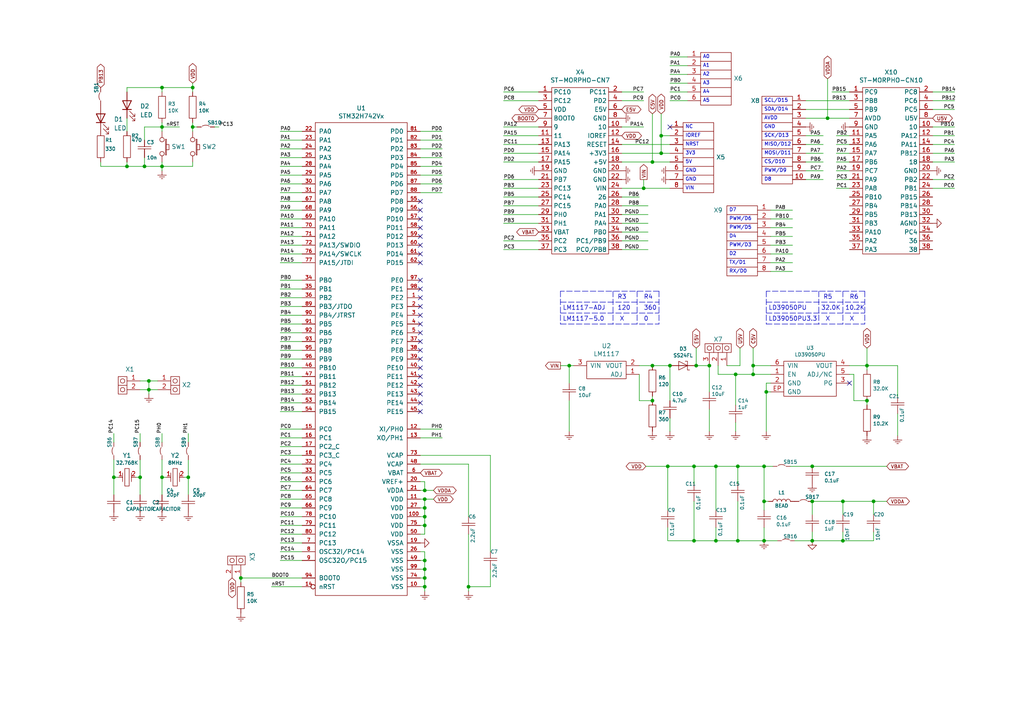
<source format=kicad_sch>
(kicad_sch (version 20231120) (generator "eeschema") (generator_version "8.0")
  (paper "A4")
  (junction (at 201.295 135.255))
  (junction (at 251.46 106.045))
  (junction (at 123.19 162.56))
  (junction (at 123.19 147.32))
  (junction (at 43.18 113.03))
  (junction (at 253.365 145.415))
  (junction (at 123.19 167.64))
  (junction (at 221.615 145.415))
  (junction (at 205.74 106.045))
  (junction (at 218.44 106.045))
  (junction (at 213.995 156.845))
  (junction (at 46.99 138.43))
  (junction (at 55.88 25.4))
  (junction (at 123.19 170.18))
  (junction (at 244.475 156.845))
  (junction (at 189.23 106.045))
  (junction (at 193.675 135.255))
  (junction (at 194.31 106.045))
  (junction (at 123.19 142.24))
  (junction (at 201.295 156.845))
  (junction (at 46.99 36.83))
  (junction (at 222.25 113.665))
  (junction (at 54.61 138.43))
  (junction (at 191.77 39.37))
  (junction (at 123.19 152.4))
  (junction (at 46.99 25.4))
  (junction (at 189.23 116.205))
  (junction (at 221.615 156.845))
  (junction (at 165.1 106.045))
  (junction (at 235.585 145.415))
  (junction (at 135.89 170.18))
  (junction (at 43.18 110.49))
  (junction (at 69.85 167.64))
  (junction (at 55.88 36.83))
  (junction (at 186.69 54.61))
  (junction (at 213.36 108.585))
  (junction (at 46.99 48.26))
  (junction (at 207.645 156.845))
  (junction (at 191.77 44.45))
  (junction (at 123.19 165.1))
  (junction (at 33.02 138.43))
  (junction (at 40.64 138.43))
  (junction (at 123.19 144.78))
  (junction (at 240.03 34.29))
  (junction (at 36.83 48.26))
  (junction (at 201.93 106.045))
  (junction (at 235.585 135.255))
  (junction (at 244.475 145.415))
  (junction (at 123.19 149.86))
  (junction (at 251.46 116.205))
  (junction (at 235.585 156.845))
  (junction (at 189.23 46.99))
  (junction (at 213.995 135.255))
  (junction (at 41.91 48.26))
  (junction (at 207.645 135.255))
  (junction (at 221.615 135.255))
  (junction (at 218.44 108.585))
  (no_connect (at 246.38 111.125))
  (no_connect (at 121.92 71.12))
  (no_connect (at 121.92 58.42))
  (no_connect (at 121.92 83.82))
  (no_connect (at 121.92 96.52))
  (no_connect (at 121.92 60.96))
  (no_connect (at 121.92 99.06))
  (no_connect (at 121.92 93.98))
  (no_connect (at 121.92 109.22))
  (no_connect (at 121.92 88.9))
  (no_connect (at 121.92 86.36))
  (no_connect (at 121.92 73.66))
  (no_connect (at 121.92 116.84))
  (no_connect (at 194.31 36.83))
  (no_connect (at 121.92 66.04))
  (no_connect (at 121.92 101.6))
  (no_connect (at 121.92 76.2))
  (no_connect (at 121.92 119.38))
  (no_connect (at 121.92 114.3))
  (no_connect (at 121.92 111.76))
  (no_connect (at 121.92 63.5))
  (no_connect (at 121.92 104.14))
  (no_connect (at 121.92 81.28))
  (no_connect (at 121.92 68.58))
  (no_connect (at 121.92 91.44))
  (no_connect (at 121.92 106.68))
  (wire (pts (xy 213.36 108.585) (xy 213.36 117.475)))
  (wire (pts (xy 87.63 162.56) (xy 81.28 162.56)))
  (wire (pts (xy 46.99 48.26) (xy 41.91 48.26)))
  (wire (pts (xy 247.65 116.205) (xy 251.46 116.205)))
  (wire (pts (xy 201.93 100.965) (xy 201.93 106.045)))
  (wire (pts (xy 87.63 73.66) (xy 81.28 73.66)))
  (wire (pts (xy 156.21 54.61) (xy 146.05 54.61)))
  (wire (pts (xy 186.69 52.07) (xy 186.69 54.61)))
  (wire (pts (xy 54.61 133.35) (xy 54.61 138.43)))
  (wire (pts (xy 41.91 40.64) (xy 41.91 36.83)))
  (wire (pts (xy 193.675 147.955) (xy 193.675 135.255)))
  (wire (pts (xy 55.88 25.4) (xy 55.88 26.67)))
  (wire (pts (xy 257.175 145.415) (xy 253.365 145.415)))
  (polyline (pts (xy 222.25 90.805) (xy 250.825 90.805)) (stroke (width 0) (type dash)))
  (wire (pts (xy 251.46 106.045) (xy 251.46 100.965)))
  (wire (pts (xy 213.995 145.415) (xy 213.995 156.845)))
  (polyline (pts (xy 250.825 84.455) (xy 250.825 93.98)) (stroke (width 0) (type dash)))
  (wire (pts (xy 121.92 124.46) (xy 128.27 124.46)))
  (wire (pts (xy 40.64 138.43) (xy 39.37 138.43)))
  (wire (pts (xy 221.615 156.845) (xy 221.615 153.035)))
  (wire (pts (xy 180.34 36.83) (xy 186.69 36.83)))
  (wire (pts (xy 244.475 156.845) (xy 253.365 156.845)))
  (wire (pts (xy 253.365 156.845) (xy 253.365 154.305)))
  (polyline (pts (xy 250.825 84.455) (xy 222.25 84.455)) (stroke (width 0) (type dash)))
  (wire (pts (xy 121.92 38.1) (xy 128.27 38.1)))
  (wire (pts (xy 121.92 50.8) (xy 128.27 50.8)))
  (wire (pts (xy 235.585 156.845) (xy 244.475 156.845)))
  (wire (pts (xy 46.99 49.53) (xy 46.99 48.26)))
  (wire (pts (xy 40.64 110.49) (xy 43.18 110.49)))
  (wire (pts (xy 194.31 24.13) (xy 199.39 24.13)))
  (wire (pts (xy 69.85 167.64) (xy 87.63 167.64)))
  (wire (pts (xy 81.28 53.34) (xy 87.63 53.34)))
  (wire (pts (xy 121.92 152.4) (xy 123.19 152.4)))
  (polyline (pts (xy 237.49 84.455) (xy 237.49 93.98)) (stroke (width 0) (type dash)))
  (wire (pts (xy 246.38 39.37) (xy 242.57 39.37)))
  (wire (pts (xy 55.88 35.56) (xy 55.88 36.83)))
  (wire (pts (xy 87.63 48.26) (xy 81.28 48.26)))
  (wire (pts (xy 156.21 39.37) (xy 146.05 39.37)))
  (wire (pts (xy 253.365 145.415) (xy 244.475 145.415)))
  (wire (pts (xy 194.31 16.51) (xy 199.39 16.51)))
  (wire (pts (xy 146.05 57.15) (xy 156.21 57.15)))
  (wire (pts (xy 87.63 111.76) (xy 81.28 111.76)))
  (wire (pts (xy 87.63 160.02) (xy 81.28 160.02)))
  (wire (pts (xy 235.585 145.415) (xy 235.585 149.225)))
  (wire (pts (xy 33.02 133.35) (xy 33.02 138.43)))
  (wire (pts (xy 135.89 154.94) (xy 135.89 170.18)))
  (wire (pts (xy 87.63 109.22) (xy 81.28 109.22)))
  (wire (pts (xy 201.295 156.845) (xy 193.675 156.845)))
  (wire (pts (xy 246.38 52.07) (xy 242.57 52.07)))
  (wire (pts (xy 121.92 162.56) (xy 123.19 162.56)))
  (polyline (pts (xy 222.25 93.98) (xy 250.825 93.98)) (stroke (width 0) (type dash)))
  (wire (pts (xy 87.63 157.48) (xy 81.28 157.48)))
  (wire (pts (xy 135.89 171.45) (xy 135.89 170.18)))
  (wire (pts (xy 207.645 156.845) (xy 201.295 156.845)))
  (wire (pts (xy 207.645 135.255) (xy 207.645 147.955)))
  (wire (pts (xy 87.63 104.14) (xy 81.28 104.14)))
  (wire (pts (xy 194.31 19.05) (xy 199.39 19.05)))
  (wire (pts (xy 40.64 133.35) (xy 40.64 138.43)))
  (wire (pts (xy 246.38 54.61) (xy 242.57 54.61)))
  (wire (pts (xy 224.155 135.255) (xy 221.615 135.255)))
  (wire (pts (xy 87.63 142.24) (xy 81.28 142.24)))
  (wire (pts (xy 87.63 147.32) (xy 81.28 147.32)))
  (wire (pts (xy 180.34 41.91) (xy 194.31 41.91)))
  (wire (pts (xy 146.05 64.77) (xy 156.21 64.77)))
  (wire (pts (xy 121.92 45.72) (xy 128.27 45.72)))
  (wire (pts (xy 87.63 91.44) (xy 81.28 91.44)))
  (wire (pts (xy 180.34 69.85) (xy 187.96 69.85)))
  (wire (pts (xy 121.92 43.18) (xy 128.27 43.18)))
  (polyline (pts (xy 191.135 84.455) (xy 162.56 84.455)) (stroke (width 0) (type dash)))
  (wire (pts (xy 87.63 38.1) (xy 81.28 38.1)))
  (wire (pts (xy 87.63 58.42) (xy 81.28 58.42)))
  (wire (pts (xy 276.86 41.91) (xy 270.51 41.91)))
  (wire (pts (xy 229.87 71.12) (xy 223.52 71.12)))
  (wire (pts (xy 33.02 143.51) (xy 33.02 138.43)))
  (wire (pts (xy 233.68 44.45) (xy 238.76 44.45)))
  (wire (pts (xy 156.21 46.99) (xy 146.05 46.99)))
  (wire (pts (xy 270.51 39.37) (xy 276.86 39.37)))
  (wire (pts (xy 146.05 59.69) (xy 156.21 59.69)))
  (wire (pts (xy 208.28 108.585) (xy 213.36 108.585)))
  (wire (pts (xy 194.31 29.21) (xy 199.39 29.21)))
  (wire (pts (xy 29.21 48.26) (xy 36.83 48.26)))
  (wire (pts (xy 210.82 106.045) (xy 214.63 106.045)))
  (wire (pts (xy 260.35 120.015) (xy 260.35 126.365)))
  (wire (pts (xy 270.51 36.83) (xy 276.86 36.83)))
  (wire (pts (xy 194.31 121.285) (xy 194.31 125.095)))
  (wire (pts (xy 201.295 135.255) (xy 207.645 135.255)))
  (wire (pts (xy 87.63 101.6) (xy 81.28 101.6)))
  (wire (pts (xy 270.51 54.61) (xy 276.86 54.61)))
  (wire (pts (xy 201.93 106.045) (xy 205.74 106.045)))
  (wire (pts (xy 41.91 48.26) (xy 41.91 45.72)))
  (polyline (pts (xy 184.785 84.455) (xy 184.785 93.98)) (stroke (width 0) (type dash)))
  (wire (pts (xy 36.83 25.4) (xy 46.99 25.4)))
  (wire (pts (xy 123.19 139.7) (xy 123.19 142.24)))
  (wire (pts (xy 87.63 60.96) (xy 81.28 60.96)))
  (wire (pts (xy 87.63 106.68) (xy 81.28 106.68)))
  (wire (pts (xy 87.63 76.2) (xy 81.28 76.2)))
  (wire (pts (xy 121.92 127) (xy 128.27 127)))
  (wire (pts (xy 40.64 143.51) (xy 40.64 138.43)))
  (wire (pts (xy 229.87 63.5) (xy 223.52 63.5)))
  (wire (pts (xy 135.89 149.86) (xy 135.89 134.62)))
  (wire (pts (xy 189.23 33.02) (xy 189.23 46.99)))
  (wire (pts (xy 121.92 167.64) (xy 123.19 167.64)))
  (wire (pts (xy 135.89 170.18) (xy 142.24 170.18)))
  (wire (pts (xy 156.21 41.91) (xy 146.05 41.91)))
  (wire (pts (xy 246.38 34.29) (xy 240.03 34.29)))
  (wire (pts (xy 246.38 26.67) (xy 241.3 26.67)))
  (wire (pts (xy 276.86 44.45) (xy 270.51 44.45)))
  (wire (pts (xy 87.63 152.4) (xy 81.28 152.4)))
  (wire (pts (xy 165.1 106.045) (xy 162.56 106.045)))
  (polyline (pts (xy 222.25 84.455) (xy 222.25 93.98)) (stroke (width 0) (type dash)))
  (wire (pts (xy 146.05 62.23) (xy 156.21 62.23)))
  (wire (pts (xy 121.92 147.32) (xy 123.19 147.32)))
  (wire (pts (xy 121.92 149.86) (xy 123.19 149.86)))
  (wire (pts (xy 218.44 100.965) (xy 218.44 106.045)))
  (wire (pts (xy 189.23 114.935) (xy 189.23 116.205)))
  (wire (pts (xy 87.63 149.86) (xy 81.28 149.86)))
  (wire (pts (xy 253.365 149.225) (xy 253.365 145.415)))
  (wire (pts (xy 180.34 46.99) (xy 189.23 46.99)))
  (wire (pts (xy 244.475 145.415) (xy 235.585 145.415)))
  (wire (pts (xy 87.63 71.12) (xy 81.28 71.12)))
  (wire (pts (xy 276.86 46.99) (xy 270.51 46.99)))
  (wire (pts (xy 142.24 170.18) (xy 142.24 165.1)))
  (wire (pts (xy 201.295 145.415) (xy 201.295 156.845)))
  (wire (pts (xy 233.68 41.91) (xy 238.76 41.91)))
  (polyline (pts (xy 162.56 90.805) (xy 191.135 90.805)) (stroke (width 0) (type dash)))
  (wire (pts (xy 123.19 149.86) (xy 123.19 147.32)))
  (wire (pts (xy 46.99 26.67) (xy 46.99 25.4)))
  (wire (pts (xy 87.63 154.94) (xy 81.28 154.94)))
  (wire (pts (xy 207.645 135.255) (xy 213.995 135.255)))
  (wire (pts (xy 55.88 25.4) (xy 55.88 24.13)))
  (wire (pts (xy 46.99 35.56) (xy 46.99 36.83)))
  (wire (pts (xy 165.1 106.045) (xy 165.1 111.125)))
  (wire (pts (xy 229.235 135.255) (xy 235.585 135.255)))
  (wire (pts (xy 244.475 149.225) (xy 244.475 145.415)))
  (wire (pts (xy 33.02 138.43) (xy 34.29 138.43)))
  (wire (pts (xy 246.38 31.75) (xy 233.68 31.75)))
  (polyline (pts (xy 191.135 84.455) (xy 191.135 93.98)) (stroke (width 0) (type dash)))
  (wire (pts (xy 165.1 116.205) (xy 165.1 125.095)))
  (wire (pts (xy 180.34 72.39) (xy 187.96 72.39)))
  (wire (pts (xy 87.63 132.08) (xy 81.28 132.08)))
  (wire (pts (xy 57.15 36.83) (xy 55.88 36.83)))
  (wire (pts (xy 87.63 83.82) (xy 81.28 83.82)))
  (wire (pts (xy 222.25 111.125) (xy 222.25 113.665)))
  (wire (pts (xy 166.37 106.045) (xy 165.1 106.045)))
  (wire (pts (xy 81.28 99.06) (xy 87.63 99.06)))
  (polyline (pts (xy 162.56 93.98) (xy 191.135 93.98)) (stroke (width 0) (type dash)))
  (wire (pts (xy 87.63 68.58) (xy 81.28 68.58)))
  (wire (pts (xy 121.92 165.1) (xy 123.19 165.1)))
  (wire (pts (xy 186.69 54.61) (xy 194.31 54.61)))
  (wire (pts (xy 229.87 66.04) (xy 223.52 66.04)))
  (wire (pts (xy 193.675 135.255) (xy 201.295 135.255)))
  (wire (pts (xy 46.99 46.99) (xy 46.99 48.26)))
  (wire (pts (xy 46.99 36.83) (xy 52.07 36.83)))
  (wire (pts (xy 191.77 39.37) (xy 191.77 33.02)))
  (wire (pts (xy 121.92 142.24) (xy 123.19 142.24)))
  (wire (pts (xy 36.83 25.4) (xy 36.83 26.67)))
  (polyline (pts (xy 162.56 84.455) (xy 162.56 93.98)) (stroke (width 0) (type dash)))
  (wire (pts (xy 123.19 147.32) (xy 123.19 144.78)))
  (wire (pts (xy 229.87 78.74) (xy 223.52 78.74)))
  (wire (pts (xy 121.92 55.88) (xy 128.27 55.88)))
  (wire (pts (xy 87.63 124.46) (xy 81.28 124.46)))
  (wire (pts (xy 191.77 39.37) (xy 191.77 44.45)))
  (wire (pts (xy 240.03 34.29) (xy 240.03 22.86)))
  (wire (pts (xy 123.19 154.94) (xy 123.19 152.4)))
  (wire (pts (xy 87.63 137.16) (xy 81.28 137.16)))
  (wire (pts (xy 87.63 66.04) (xy 81.28 66.04)))
  (wire (pts (xy 87.63 170.18) (xy 78.74 170.18)))
  (wire (pts (xy 123.19 160.02) (xy 123.19 162.56)))
  (wire (pts (xy 123.19 167.64) (xy 123.19 170.18)))
  (wire (pts (xy 87.63 40.64) (xy 81.28 40.64)))
  (wire (pts (xy 87.63 45.72) (xy 81.28 45.72)))
  (wire (pts (xy 121.92 40.64) (xy 128.27 40.64)))
  (wire (pts (xy 180.34 57.15) (xy 185.42 57.15)))
  (wire (pts (xy 189.23 46.99) (xy 194.31 46.99)))
  (wire (pts (xy 87.63 116.84) (xy 81.28 116.84)))
  (wire (pts (xy 87.63 127) (xy 81.28 127)))
  (wire (pts (xy 87.63 81.28) (xy 81.28 81.28)))
  (wire (pts (xy 87.63 43.18) (xy 81.28 43.18)))
  (wire (pts (xy 156.21 72.39) (xy 146.05 72.39)))
  (wire (pts (xy 156.21 52.07) (xy 146.05 52.07)))
  (wire (pts (xy 121.92 160.02) (xy 123.19 160.02)))
  (wire (pts (xy 180.34 54.61) (xy 186.69 54.61)))
  (wire (pts (xy 54.61 143.51) (xy 54.61 138.43)))
  (wire (pts (xy 247.65 108.585) (xy 246.38 108.585)))
  (wire (pts (xy 121.92 139.7) (xy 123.19 139.7)))
  (wire (pts (xy 87.63 144.78) (xy 81.28 144.78)))
  (wire (pts (xy 235.585 135.255) (xy 257.175 135.255)))
  (wire (pts (xy 36.83 48.26) (xy 41.91 48.26)))
  (wire (pts (xy 87.63 88.9) (xy 81.28 88.9)))
  (wire (pts (xy 193.675 156.845) (xy 193.675 153.035)))
  (wire (pts (xy 180.34 26.67) (xy 186.69 26.67)))
  (wire (pts (xy 62.23 36.83) (xy 63.5 36.83)))
  (wire (pts (xy 213.995 140.335) (xy 213.995 135.255)))
  (wire (pts (xy 142.24 160.02) (xy 142.24 132.08)))
  (wire (pts (xy 229.87 60.96) (xy 223.52 60.96)))
  (wire (pts (xy 246.38 44.45) (xy 242.57 44.45)))
  (wire (pts (xy 43.18 113.03) (xy 43.18 110.49)))
  (wire (pts (xy 87.63 55.88) (xy 81.28 55.88)))
  (wire (pts (xy 40.64 113.03) (xy 43.18 113.03)))
  (wire (pts (xy 46.99 25.4) (xy 55.88 25.4)))
  (wire (pts (xy 233.68 49.53) (xy 238.76 49.53)))
  (wire (pts (xy 185.42 106.045) (xy 189.23 106.045)))
  (wire (pts (xy 87.63 114.3) (xy 81.28 114.3)))
  (wire (pts (xy 223.52 108.585) (xy 218.44 108.585)))
  (wire (pts (xy 180.34 44.45) (xy 191.77 44.45)))
  (wire (pts (xy 46.99 125.73) (xy 46.99 128.27)))
  (wire (pts (xy 194.31 21.59) (xy 199.39 21.59)))
  (wire (pts (xy 180.34 62.23) (xy 187.96 62.23)))
  (wire (pts (xy 156.21 44.45) (xy 146.05 44.45)))
  (wire (pts (xy 260.35 114.935) (xy 260.35 106.045)))
  (wire (pts (xy 46.99 48.26) (xy 55.88 48.26)))
  (wire (pts (xy 69.85 168.91) (xy 69.85 167.64)))
  (wire (pts (xy 187.325 135.255) (xy 193.675 135.255)))
  (wire (pts (xy 123.19 142.24) (xy 125.73 142.24)))
  (wire (pts (xy 218.44 106.045) (xy 218.44 108.585)))
  (wire (pts (xy 240.03 34.29) (xy 233.68 34.29)))
  (wire (pts (xy 194.31 106.045) (xy 194.31 116.205)))
  (wire (pts (xy 213.36 122.555) (xy 213.36 125.095)))
  (wire (pts (xy 185.42 108.585) (xy 185.42 116.205)))
  (wire (pts (xy 87.63 63.5) (xy 81.28 63.5)))
  (wire (pts (xy 43.18 113.03) (xy 43.18 114.3)))
  (wire (pts (xy 36.83 34.29) (xy 36.83 38.1)))
  (wire (pts (xy 235.585 154.305) (xy 235.585 156.845)))
  (wire (pts (xy 123.19 162.56) (xy 123.19 165.1)))
  (wire (pts (xy 55.88 48.26) (xy 55.88 46.99)))
  (polyline (pts (xy 244.475 84.455) (xy 244.475 93.98)) (stroke (width 0) (type dash)))
  (wire (pts (xy 201.295 140.335) (xy 201.295 135.255)))
  (wire (pts (xy 223.52 111.125) (xy 222.25 111.125)))
  (wire (pts (xy 121.92 132.08) (xy 142.24 132.08)))
  (wire (pts (xy 156.21 36.83) (xy 146.05 36.83)))
  (wire (pts (xy 246.38 41.91) (xy 242.57 41.91)))
  (wire (pts (xy 251.46 116.205) (xy 251.46 117.475)))
  (polyline (pts (xy 177.8 84.455) (xy 177.8 93.98)) (stroke (width 0) (type dash)))
  (wire (pts (xy 45.72 113.03) (xy 43.18 113.03)))
  (wire (pts (xy 229.87 68.58) (xy 223.52 68.58)))
  (wire (pts (xy 156.21 26.67) (xy 146.05 26.67)))
  (wire (pts (xy 29.21 48.26) (xy 29.21 46.99)))
  (wire (pts (xy 33.02 128.27) (xy 33.02 125.73)))
  (wire (pts (xy 230.505 156.845) (xy 235.585 156.845)))
  (wire (pts (xy 205.74 118.745) (xy 205.74 125.095)))
  (wire (pts (xy 45.72 110.49) (xy 43.18 110.49)))
  (wire (pts (xy 251.46 107.315) (xy 251.46 106.045)))
  (wire (pts (xy 121.92 53.34) (xy 128.27 53.34)))
  (wire (pts (xy 123.19 144.78) (xy 121.92 144.78)))
  (wire (pts (xy 270.51 31.75) (xy 276.86 31.75)))
  (wire (pts (xy 55.88 36.83) (xy 55.88 38.1)))
  (wire (pts (xy 87.63 50.8) (xy 81.28 50.8)))
  (wire (pts (xy 123.19 170.18) (xy 123.19 171.45)))
  (wire (pts (xy 213.995 156.845) (xy 207.645 156.845)))
  (wire (pts (xy 180.34 59.69) (xy 187.96 59.69)))
  (wire (pts (xy 46.99 36.83) (xy 46.99 38.1)))
  (wire (pts (xy 180.34 67.31) (xy 187.96 67.31)))
  (wire (pts (xy 213.36 108.585) (xy 218.44 108.585)))
  (wire (pts (xy 87.63 93.98) (xy 81.28 93.98)))
  (wire (pts (xy 46.99 138.43) (xy 48.26 138.43)))
  (wire (pts (xy 225.425 156.845) (xy 221.615 156.845)))
  (polyline (pts (xy 162.56 87.63) (xy 191.135 87.63)) (stroke (width 0) (type dash)))
  (wire (pts (xy 229.87 76.2) (xy 223.52 76.2)))
  (wire (pts (xy 46.99 133.35) (xy 46.99 138.43)))
  (wire (pts (xy 222.25 113.665) (xy 222.25 125.095)))
  (wire (pts (xy 123.19 152.4) (xy 123.19 149.86)))
  (wire (pts (xy 189.23 106.045) (xy 194.31 106.045)))
  (wire (pts (xy 87.63 139.7) (xy 81.28 139.7)))
  (wire (pts (xy 41.91 36.83) (xy 46.99 36.83)))
  (wire (pts (xy 233.68 29.21) (xy 246.38 29.21)))
  (wire (pts (xy 270.51 29.21) (xy 276.86 29.21)))
  (wire (pts (xy 40.64 128.27) (xy 40.64 125.73)))
  (wire (pts (xy 233.68 52.07) (xy 238.76 52.07)))
  (wire (pts (xy 229.87 73.66) (xy 223.52 73.66)))
  (wire (pts (xy 233.68 46.99) (xy 238.76 46.99)))
  (wire (pts (xy 185.42 116.205) (xy 189.23 116.205)))
  (wire (pts (xy 233.68 39.37) (xy 238.76 39.37)))
  (wire (pts (xy 121.92 48.26) (xy 128.27 48.26)))
  (wire (pts (xy 260.35 106.045) (xy 251.46 106.045)))
  (wire (pts (xy 207.645 153.035) (xy 207.645 156.845)))
  (wire (pts (xy 87.63 119.38) (xy 81.28 119.38)))
  (wire (pts (xy 36.83 46.99) (xy 36.83 48.26)))
  (wire (pts (xy 180.34 29.21) (xy 186.69 29.21)))
  (wire (pts (xy 223.52 113.665) (xy 222.25 113.665)))
  (wire (pts (xy 156.21 29.21) (xy 146.05 29.21)))
  (wire (pts (xy 213.995 135.255) (xy 221.615 135.255)))
  (wire (pts (xy 276.86 52.07) (xy 270.51 52.07)))
  (wire (pts (xy 87.63 86.36) (xy 81.28 86.36)))
  (wire (pts (xy 121.92 170.18) (xy 123.19 170.18)))
  (wire (pts (xy 121.92 134.62) (xy 135.89 134.62)))
  (wire (pts (xy 121.92 154.94) (xy 123.19 154.94)))
  (wire (pts (xy 123.19 144.78) (xy 125.73 144.78)))
  (polyline (pts (xy 222.25 87.63) (xy 250.825 87.63)) (stroke (width 0) (type dash)))
  (wire (pts (xy 221.615 156.845) (xy 213.995 156.845)))
  (wire (pts (xy 46.99 143.51) (xy 46.99 138.43)))
  (wire (pts (xy 205.74 113.665) (xy 205.74 106.045)))
  (wire (pts (xy 221.615 145.415) (xy 221.615 147.955)))
  (wire (pts (xy 223.52 106.045) (xy 218.44 106.045)))
  (wire (pts (xy 87.63 96.52) (xy 81.28 96.52)))
  (wire (pts (xy 251.46 106.045) (xy 246.38 106.045)))
  (wire (pts (xy 221.615 145.415) (xy 222.885 145.415)))
  (wire (pts (xy 221.615 135.255) (xy 221.615 145.415)))
  (wire (pts (xy 246.38 46.99) (xy 242.57 46.99)))
  (wire (pts (xy 54.61 138.43) (xy 53.34 138.43)))
  (wire (pts (xy 247.65 108.585) (xy 247.65 116.205)))
  (wire (pts (xy 156.21 69.85) (xy 146.05 69.85)))
  (wire (pts (xy 194.31 26.67) (xy 199.39 26.67)))
  (wire (pts (xy 180.34 64.77) (xy 187.96 64.77)))
  (wire (pts (xy 87.63 134.62) (xy 81.28 134.62)))
  (wire (pts (xy 194.31 39.37) (xy 191.77 39.37)))
  (wire (pts (xy 244.475 154.305) (xy 244.475 156.845)))
  (wire (pts (xy 54.61 128.27) (xy 54.61 125.73)))
  (wire (pts (xy 191.77 44.45) (xy 194.31 44.45)))
  (wire (pts (xy 270.51 26.67) (xy 276.86 26.67)))
  (wire (pts (xy 208.28 106.045) (xy 208.28 108.585)))
  (wire (pts (xy 214.63 100.965) (xy 214.63 106.045)))
  (wire (pts (xy 87.63 129.54) (xy 81.28 129.54)))
  (wire (pts (xy 123.19 165.1) (xy 123.19 167.64)))
  (wire (pts (xy 246.38 49.53) (xy 242.57 49.53)))
  (text "R3" (at 179.07 86.995 0) (effects (font (size 1.27 1.27)) (justify left bottom)))
  (text "120" (at 179.07 90.17 0) (effects (font (size 1.27 1.27)) (justify left bottom)))
  (text "X" (at 246.38 93.345 0) (effects (font (size 1.27 1.27)) (justify left bottom)))
  (text "A3" (at 203.835 24.765 0) (effects (font (size 1.016 1.016)) (justify left bottom)))
  (text "10.2K" (at 245.11 90.17 0) (effects (font (size 1.27 1.27)) (justify left bottom)))
  (text "R6" (at 246.38 86.995 0) (effects (font (size 1.27 1.27)) (justify left bottom)))
  (text "GND" (at 198.755 52.705 0) (effects (font (size 1.016 1.016)) (justify left bottom)))
  (text "D4" (at 211.455 69.215 0) (effects (font (size 1.016 1.016)) (justify left bottom)))
  (text "PWM/D9" (at 221.615 50.165 0) (effects (font (size 1.016 1.016)) (justify left bottom)))
  (text "A5" (at 203.835 29.845 0) (effects (font (size 1.016 1.016)) (justify left bottom)))
  (text "5V" (at 198.755 47.625 0) (effects (font (size 1.016 1.016)) (justify left bottom)))
  (text "D2" (at 211.455 74.295 0) (effects (font (size 1.016 1.016)) (justify left bottom)))
  (text "A1" (at 203.835 19.685 0) (effects (font (size 1.016 1.016)) (justify left bottom)))
  (text "R5" (at 238.76 86.995 0) (effects (font (size 1.27 1.27)) (justify left bottom)))
  (text "RX/D0" (at 211.455 79.375 0) (effects (font (size 1.016 1.016)) (justify left bottom)))
  (text "X" (at 179.705 93.345 0) (effects (font (size 1.27 1.27)) (justify left bottom)))
  (text "D8" (at 221.615 52.705 0) (effects (font (size 1.016 1.016)) (justify left bottom)))
  (text "SCL/D15" (at 221.615 29.845 0) (effects (font (size 1.016 1.016)) (justify left bottom)))
  (text "MOSI/D11" (at 221.615 45.085 0) (effects (font (size 1.016 1.016)) (justify left bottom)))
  (text "A4" (at 203.835 27.305 0) (effects (font (size 1.016 1.016)) (justify left bottom)))
  (text "3V3" (at 198.755 45.085 0) (effects (font (size 1.016 1.016)) (justify left bottom)))
  (text "NC" (at 198.755 37.465 0) (effects (font (size 1.016 1.016)) (justify left bottom)))
  (text "GND" (at 198.755 50.165 0) (effects (font (size 1.016 1.016)) (justify left bottom)))
  (text "AVDD" (at 221.615 34.925 0) (effects (font (size 1.016 1.016)) (justify left bottom)))
  (text "X" (at 239.395 93.345 0) (effects (font (size 1.27 1.27)) (justify left bottom)))
  (text "GND" (at 221.615 37.465 0) (effects (font (size 1.016 1.016)) (justify left bottom)))
  (text "D7" (at 211.455 61.595 0) (effects (font (size 1.016 1.016)) (justify left bottom)))
  (text "PWM/D3" (at 211.455 71.755 0) (effects (font (size 1.016 1.016)) (justify left bottom)))
  (text "TX/D1" (at 211.455 76.835 0) (effects (font (size 1.016 1.016)) (justify left bottom)))
  (text "VIN" (at 198.755 55.245 0) (effects (font (size 1.016 1.016)) (justify left bottom)))
  (text "SCK/D13" (at 221.615 40.005 0) (effects (font (size 1.016 1.016)) (justify left bottom)))
  (text "32.0K" (at 238.125 90.17 0) (effects (font (size 1.27 1.27)) (justify left bottom)))
  (text "IOREF" (at 198.755 40.005 0) (effects (font (size 1.016 1.016)) (justify left bottom)))
  (text "LM1117-ADJ" (at 163.195 90.17 0) (effects (font (size 1.27 1.27)) (justify left bottom)))
  (text "R4" (at 186.69 86.995 0) (effects (font (size 1.27 1.27)) (justify left bottom)))
  (text "PWM/D6" (at 211.455 64.135 0) (effects (font (size 1.016 1.016)) (justify left bottom)))
  (text "LM1117-5.0" (at 163.195 93.345 0) (effects (font (size 1.27 1.27)) (justify left bottom)))
  (text "LD39050PU3.3" (at 222.885 93.345 0) (effects (font (size 1.27 1.27)) (justify left bottom)))
  (text "A0" (at 203.835 17.145 0) (effects (font (size 1.016 1.016)) (justify left bottom)))
  (text "CS/D10" (at 221.615 47.625 0) (effects (font (size 1.016 1.016)) (justify left bottom)))
  (text "0" (at 186.69 93.345 0) (effects (font (size 1.27 1.27)) (justify left bottom)))
  (text "360" (at 186.69 90.17 0) (effects (font (size 1.27 1.27)) (justify left bottom)))
  (text "NRST" (at 198.755 42.545 0) (effects (font (size 1.016 1.016)) (justify left bottom)))
  (text "LD39050PU" (at 222.885 90.17 0) (effects (font (size 1.27 1.27)) (justify left bottom)))
  (text "A2" (at 203.835 22.225 0) (effects (font (size 1.016 1.016)) (justify left bottom)))
  (text "SDA/D14" (at 221.615 32.385 0) (effects (font (size 1.016 1.016)) (justify left bottom)))
  (text "PWM/D5" (at 211.455 66.675 0) (effects (font (size 1.016 1.016)) (justify left bottom)))
  (text "MISO/D12" (at 221.615 42.545 0) (effects (font (size 1.016 1.016)) (justify left bottom)))
  (label "PA9" (at 234.95 52.07 0) (effects (font (size 1.016 1.016))))
  (label "PA11" (at 81.28 66.04 0) (effects (font (size 1.016 1.016))))
  (label "PB4" (at 224.79 66.04 0) (effects (font (size 1.016 1.016))))
  (label "PA7" (at 81.28 55.88 0) (effects (font (size 1.016 1.016))))
  (label "PC15" (at 81.28 162.56 0) (effects (font (size 1.016 1.016))))
  (label "PC7" (at 186.69 26.67 180) (effects (font (size 1.016 1.016))))
  (label "PC14" (at 33.02 125.73 90) (effects (font (size 1.016 1.016))))
  (label "PC1" (at 81.28 127 0) (effects (font (size 1.016 1.016))))
  (label "PA2" (at 81.28 43.18 0) (effects (font (size 1.016 1.016))))
  (label "PB12" (at 273.05 29.21 0) (effects (font (size 1.016 1.016))))
  (label "PD4" (at 128.27 48.26 180) (effects (font (size 1.016 1.016))))
  (label "PA12" (at 146.05 36.83 0) (effects (font (size 1.016 1.016))))
  (label "PC7" (at 81.28 142.24 0) (effects (font (size 1.016 1.016))))
  (label "PB8" (at 185.42 59.69 180) (effects (font (size 1.016 1.016))))
  (label "PA3" (at 81.28 45.72 0) (effects (font (size 1.016 1.016))))
  (label "PA10" (at 81.28 63.5 0) (effects (font (size 1.016 1.016))))
  (label "PA5" (at 242.57 46.99 0) (effects (font (size 1.016 1.016))))
  (label "PA1" (at 194.31 19.05 0) (effects (font (size 1.016 1.016))))
  (label "PA12" (at 81.28 68.58 0) (effects (font (size 1.016 1.016))))
  (label "PB3" (at 81.28 88.9 0) (effects (font (size 1.016 1.016))))
  (label "PB13" (at 81.28 114.3 0) (effects (font (size 1.016 1.016))))
  (label "PA5" (at 81.28 50.8 0) (effects (font (size 1.016 1.016))))
  (label "PA6" (at 81.28 53.34 0) (effects (font (size 1.016 1.016))))
  (label "PD0" (at 146.05 44.45 0) (effects (font (size 1.016 1.016))))
  (label "PA8" (at 224.79 60.96 0) (effects (font (size 1.016 1.016))))
  (label "PB3" (at 224.79 71.12 0) (effects (font (size 1.016 1.016))))
  (label "PC15" (at 40.64 125.73 90) (effects (font (size 1.016 1.016))))
  (label "PB15" (at 81.28 119.38 0) (effects (font (size 1.016 1.016))))
  (label "PB6" (at 81.28 96.52 0) (effects (font (size 1.016 1.016))))
  (label "PC0" (at 276.86 54.61 180) (effects (font (size 1.016 1.016))))
  (label "PGND" (at 185.42 67.31 180) (effects (font (size 1.016 1.016))))
  (label "PB8" (at 81.28 101.6 0) (effects (font (size 1.016 1.016))))
  (label "PB3" (at 146.05 64.77 0) (effects (font (size 1.016 1.016))))
  (label "PA4" (at 194.31 21.59 0) (effects (font (size 1.016 1.016))))
  (label "PC5" (at 81.28 137.16 0) (effects (font (size 1.016 1.016))))
  (label "PA0" (at 81.28 38.1 0) (effects (font (size 1.016 1.016))))
  (label "PC12" (at 81.28 154.94 0) (effects (font (size 1.016 1.016))))
  (label "nRST" (at 78.74 170.18 0) (effects (font (size 1.016 1.016))))
  (label "PC9" (at 81.28 147.32 0) (effects (font (size 1.016 1.016))))
  (label "PGND" (at 185.42 64.77 180) (effects (font (size 1.016 1.016))))
  (label "PC0" (at 194.31 29.21 0) (effects (font (size 1.016 1.016))))
  (label "PB14" (at 81.28 116.84 0) (effects (font (size 1.016 1.016))))
  (label "PB2" (at 81.28 86.36 0) (effects (font (size 1.016 1.016))))
  (label "PA9" (at 81.28 60.96 0) (effects (font (size 1.016 1.016))))
  (label "PD6" (at 128.27 53.34 180) (effects (font (size 1.016 1.016))))
  (label "PA2" (at 224.79 76.2 0) (effects (font (size 1.016 1.016))))
  (label "PC6" (at 146.05 26.67 0) (effects (font (size 1.016 1.016))))
  (label "PA8" (at 81.28 58.42 0) (effects (font (size 1.016 1.016))))
  (label "PC3" (at 81.28 132.08 0) (effects (font (size 1.016 1.016))))
  (label "PB9" (at 81.28 104.14 0) (effects (font (size 1.016 1.016))))
  (label "PC1" (at 194.31 26.67 0) (effects (font (size 1.016 1.016))))
  (label "PB10" (at 224.79 63.5 0) (effects (font (size 1.016 1.016))))
  (label "PC8" (at 146.05 29.21 0) (effects (font (size 1.016 1.016))))
  (label "PC9" (at 186.69 29.21 180) (effects (font (size 1.016 1.016))))
  (label "PB0" (at 194.31 24.13 0) (effects (font (size 1.016 1.016))))
  (label "PB4" (at 81.28 91.44 0) (effects (font (size 1.016 1.016))))
  (label "PC5" (at 276.86 31.75 180) (effects (font (size 1.016 1.016))))
  (label "PB6" (at 234.95 46.99 0) (effects (font (size 1.016 1.016))))
  (label "PC3" (at 146.05 72.39 0) (effects (font (size 1.016 1.016))))
  (label "PC13" (at 63.5 36.83 0) (effects (font (size 1.016 1.016))))
  (label "PC7" (at 234.95 49.53 0) (effects (font (size 1.016 1.016))))
  (label "PA3" (at 276.86 46.99 180) (effects (font (size 1.016 1.016))))
  (label "PA15" (at 146.05 39.37 0) (effects (font (size 1.016 1.016))))
  (label "PC0" (at 81.28 124.46 0) (effects (font (size 1.016 1.016))))
  (label "PD1" (at 128.27 40.64 180) (effects (font (size 1.016 1.016))))
  (label "PB10" (at 276.86 36.83 180) (effects (font (size 1.016 1.016))))
  (label "PGND" (at 185.42 62.23 180) (effects (font (size 1.016 1.016))))
  (label "PC4" (at 81.28 134.62 0) (effects (font (size 1.016 1.016))))
  (label "PB7" (at 146.05 59.69 0) (effects (font (size 1.016 1.016))))
  (label "PD3" (at 128.27 45.72 180) (effects (font (size 1.016 1.016))))
  (label "PD5" (at 128.27 50.8 180) (effects (font (size 1.016 1.016))))
  (label "PA14" (at 81.28 73.66 0) (effects (font (size 1.016 1.016))))
  (label "PB0" (at 81.28 81.28 0) (effects (font (size 1.016 1.016))))
  (label "PB14" (at 273.05 26.67 0) (effects (font (size 1.016 1.016))))
  (label "PB15" (at 241.3 26.67 0) (effects (font (size 1.016 1.016))))
  (label "PB5" (at 146.05 57.15 0) (effects (font (size 1.016 1.016))))
  (label "PA13" (at 81.28 71.12 0) (effects (font (size 1.016 1.016))))
  (label "PA5" (at 234.95 39.37 0) (effects (font (size 1.016 1.016))))
  (label "PGND" (at 185.42 69.85 180) (effects (font (size 1.016 1.016))))
  (label "PC8" (at 81.28 144.78 0) (effects (font (size 1.016 1.016))))
  (label "PB2" (at 242.57 39.37 0) (effects (font (size 1.016 1.016))))
  (label "PC13" (at 81.28 157.48 0) (effects (font (size 1.016 1.016))))
  (label "PA15" (at 81.28 76.2 0) (effects (font (size 1.016 1.016))))
  (label "PB7" (at 81.28 99.06 0) (effects (font (size 1.016 1.016))))
  (label "PA3" (at 224.79 78.74 0) (effects (font (size 1.016 1.016))))
  (label "PH1" (at 128.27 127 180) (effects (font (size 1.016 1.016))))
  (label "PC1" (at 242.57 54.61 0) (effects (font (size 1.016 1.016))))
  (label "PC14" (at 81.28 160.02 0) (effects (font (size 1.016 1.016))))
  (label "PC5" (at 242.57 41.91 0) (effects (font (size 1.016 1.016))))
  (label "PD0" (at 128.27 38.1 180) (effects (font (size 1.016 1.016))))
  (label "PC4" (at 276.86 41.91 180) (effects (font (size 1.016 1.016))))
  (label "PD2" (at 146.05 46.99 0) (effects (font (size 1.016 1.016))))
  (label "PC10" (at 81.28 149.86 0) (effects (font (size 1.016 1.016))))
  (label "PB5" (at 224.79 68.58 0) (effects (font (size 1.016 1.016))))
  (label "PB9" (at 146.05 62.23 0) (effects (font (size 1.016 1.016))))
  (label "PC2" (at 146.05 69.85 0) (effects (font (size 1.016 1.016))))
  (label "PA6" (at 276.86 44.45 180) (effects (font (size 1.016 1.016))))
  (label "PH1" (at 54.61 125.73 90) (effects (font (size 1.016 1.016))))
  (label "PB3" (at 146.05 54.61 0) (effects (font (size 1.016 1.016))))
  (label "PC2" (at 276.86 52.07 180) (effects (font (size 1.016 1.016))))
  (label "PA7" (at 234.95 44.45 0) (effects (font (size 1.016 1.016))))
  (label "PA0" (at 194.31 16.51 0) (effects (font (size 1.016 1.016))))
  (label "PC3" (at 242.57 52.07 0) (effects (font (size 1.016 1.016))))
  (label "PB1" (at 81.28 83.82 0) (effects (font (size 1.016 1.016))))
  (label "BOOT0" (at 78.74 167.64 0) (effects (font (size 1.016 1.016))))
  (label "PC2" (at 81.28 129.54 0) (effects (font (size 1.016 1.016))))
  (label "PC6" (at 81.28 139.7 0) (effects (font (size 1.016 1.016))))
  (label "PD7" (at 128.27 55.88 180) (effects (font (size 1.016 1.016))))
  (label "PA4" (at 81.28 48.26 0) (effects (font (size 1.016 1.016))))
  (label "PB5" (at 81.28 93.98 0) (effects (font (size 1.016 1.016))))
  (label "PA14" (at 186.69 36.83 180) (effects (font (size 1.016 1.016))))
  (label "PC11" (at 146.05 41.91 0) (effects (font (size 1.016 1.016))))
  (label "PD6" (at 146.05 52.07 0) (effects (font (size 1.016 1.016))))
  (label "PC12" (at 184.15 41.91 0) (effects (font (size 1.016 1.016))))
  (label "PA10" (at 224.79 73.66 0) (effects (font (size 1.016 1.016))))
  (label "PB10" (at 81.28 106.68 0) (effects (font (size 1.016 1.016))))
  (label "PH0" (at 128.27 124.46 180) (effects (font (size 1.016 1.016))))
  (label "PA1" (at 81.28 40.64 0) (effects (font (size 1.016 1.016))))
  (label "PB6" (at 185.42 57.15 180) (effects (font (size 1.016 1.016))))
  (label "PB13" (at 241.3 29.21 0) (effects (font (size 1.016 1.016))))
  (label "PB1" (at 276.86 39.37 180) (effects (font (size 1.016 1.016))))
  (label "PGND" (at 185.42 72.39 180) (effects (font (size 1.016 1.016))))
  (label "PC11" (at 81.28 152.4 0) (effects (font (size 1.016 1.016))))
  (label "PB12" (at 81.28 111.76 0) (effects (font (size 1.016 1.016))))
  (label "PA7" (at 242.57 44.45 0) (effects (font (size 1.016 1.016))))
  (label "nRST" (at 52.07 36.83 180) (effects (font (size 1.016 1.016))))
  (label "PD2" (at 128.27 43.18 180) (effects (font (size 1.016 1.016))))
  (label "PH0" (at 46.99 125.73 90) (effects (font (size 1.016 1.016))))
  (label "PB11" (at 81.28 109.22 0) (effects (font (size 1.016 1.016))))
  (label "PA6" (at 234.95 41.91 0) (effects (font (size 1.016 1.016))))
  (label "PA2" (at 242.57 49.53 0) (effects (font (size 1.016 1.016))))
  (global_label "VDD" (shape bidirectional) (at 67.31 167.64 270) (effects (font (size 1.016 1.016))) (property "Intersheetrefs" "${INTERSHEET_REFS}" (effects (hide yes))))
  (global_label "C5V" (shape tri_state) (at 218.44 100.965 90) (effects (font (size 1.016 1.016))) (property "Intersheetrefs" "${INTERSHEET_REFS}" (effects (hide yes))))
  (global_label "E5V" (shape bidirectional) (at 180.34 31.75 0) (effects (font (size 1.016 1.016))) (property "Intersheetrefs" "${INTERSHEET_REFS}" (effects (hide yes))))
  (global_label "E5V" (shape bidirectional) (at 201.93 100.965 90) (effects (font (size 1.016 1.016))) (property "Intersheetrefs" "${INTERSHEET_REFS}" (effects (hide yes))))
  (global_label "VDD" (shape bidirectional) (at 187.325 135.255 180) (effects (font (size 1.016 1.016))) (property "Intersheetrefs" "${INTERSHEET_REFS}" (effects (hide yes))))
  (global_label "U5V" (shape bidirectional) (at 214.63 100.965 90) (effects (font (size 1.016 1.016))) (property "Intersheetrefs" "${INTERSHEET_REFS}" (effects (hide yes))))
  (global_label "VDDA" (shape bidirectional) (at 240.03 22.86 90) (effects (font (size 1.016 1.016))) (property "Intersheetrefs" "${INTERSHEET_REFS}" (effects (hide yes))))
  (global_label "VDD" (shape bidirectional) (at 251.46 100.965 90) (effects (font (size 1.016 1.016))) (property "Intersheetrefs" "${INTERSHEET_REFS}" (effects (hide yes))))
  (global_label "VIN" (shape output) (at 162.56 106.045 180) (effects (font (size 1.016 1.016))) (property "Intersheetrefs" "${INTERSHEET_REFS}" (effects (hide yes))))
  (global_label "VDDA" (shape bidirectional) (at 125.73 142.24 0) (effects (font (size 1.016 1.016))) (property "Intersheetrefs" "${INTERSHEET_REFS}" (effects (hide yes))))
  (global_label "VDDA" (shape bidirectional) (at 257.175 145.415 0) (effects (font (size 1.016 1.016))) (property "Intersheetrefs" "${INTERSHEET_REFS}" (effects (hide yes))))
  (global_label "BOOT0" (shape bidirectional) (at 156.21 34.29 180) (effects (font (size 1.016 1.016))) (property "Intersheetrefs" "${INTERSHEET_REFS}" (effects (hide yes))))
  (global_label "U5V" (shape bidirectional) (at 270.51 34.29 0) (effects (font (size 1.016 1.016))) (property "Intersheetrefs" "${INTERSHEET_REFS}" (effects (hide yes))))
  (global_label "VBAT" (shape bidirectional) (at 257.175 135.255 0) (effects (font (size 1.016 1.016))) (property "Intersheetrefs" "${INTERSHEET_REFS}" (effects (hide yes))))
  (global_label "VDD" (shape bidirectional) (at 55.88 24.13 90) (effects (font (size 1.016 1.016))) (property "Intersheetrefs" "${INTERSHEET_REFS}" (effects (hide yes))))
  (global_label "VBAT" (shape bidirectional) (at 156.21 67.31 180) (effects (font (size 1.016 1.016))) (property "Intersheetrefs" "${INTERSHEET_REFS}" (effects (hide yes))))
  (global_label "VDD" (shape bidirectional) (at 156.21 31.75 180) (effects (font (size 1.016 1.016))) (property "Intersheetrefs" "${INTERSHEET_REFS}" (effects (hide yes))))
  (global_label "VBAT" (shape bidirectional) (at 121.92 137.16 0) (effects (font (size 1.016 1.016))) (property "Intersheetrefs" "${INTERSHEET_REFS}" (effects (hide yes))))
  (global_label "VIN" (shape output) (at 186.69 52.07 90) (effects (font (size 1.016 1.016))) (property "Intersheetrefs" "${INTERSHEET_REFS}" (effects (hide yes))))
  (global_label "VDD" (shape bidirectional) (at 191.77 33.02 90) (effects (font (size 1.016 1.016))) (property "Intersheetrefs" "${INTERSHEET_REFS}" (effects (hide yes))))
  (global_label "VDD" (shape bidirectional) (at 125.73 144.78 0) (effects (font (size 1.016 1.016))) (property "Intersheetrefs" "${INTERSHEET_REFS}" (effects (hide yes))))
  (global_label "C5V" (shape tri_state) (at 189.23 33.02 90) (effects (font (size 1.016 1.016))) (property "Intersheetrefs" "${INTERSHEET_REFS}" (effects (hide yes))))
  (global_label "PB13" (shape bidirectional) (at 29.21 25.4 90) (effects (font (size 1.016 1.016))) (property "Intersheetrefs" "${INTERSHEET_REFS}" (effects (hide yes))))
  (global_label "VDD" (shape bidirectional) (at 180.34 39.37 0) (effects (font (size 1.016 1.016))) (property "Intersheetrefs" "${INTERSHEET_REFS}" (effects (hide yes))))
  (symbol (lib_id "nuco-v-rescue:PGND-COMMON") (at 43.18 114.3 0) (unit 1)
    (property "Reference" "#P03" (effects (hide yes)))
    (property "Value" "PGND" (effects (hide yes)))
  )
  (symbol (lib_id "nuco-v-rescue:LD39050PU-STM32") (at 223.52 106.045 0) (unit 1)
    (property "Reference" "U3" (at 234.95 100.9142 0) (effects (font (size 1.016 1.016))))
    (property "Value" "LD39050PU" (at 234.95 102.8446 0) (effects (font (size 1.016 1.016))))
    (property "Footprint" "Package_DFN_QFN:DFN-6-1EP_2x1.8mm_P0.5mm_EP1.2x1.6mm" (effects (hide yes)))
  )
  (symbol (lib_id "nuco-v-rescue:CONN-08P1L-CONNECTORS") (at 194.31 36.83 0) (mirror y) (unit 1)
    (property "Reference" "X5" (at 207.7212 45.593 0) (effects (justify right)))
    (property "Value" "CONN-08P1L" (effects (hide yes)))
    (property "Footprint" "Connector_PinSocket_2.54mm:PinSocket_1x08_P2.54mm_Vertical" (effects (hide yes)))
  )
  (symbol (lib_id "nuco-v-rescue:CONN-08P1L-CONNECTORS") (at 223.52 60.96 0) (unit 1)
    (property "Reference" "X9" (at 208.28 60.96 0))
    (property "Value" "CONN-08P1L" (effects (hide yes)))
    (property "Footprint" "Connector_PinSocket_2.54mm:PinSocket_1x08_P2.54mm_Vertical" (effects (hide yes)))
  )
  (symbol (lib_id "nuco-v-rescue:CAPACITOR-COMMON") (at 213.995 140.335 0) (unit 1)
    (property "Reference" "C15" (at 211.455 140.335 0) (effects (font (size 1.016 1.016)) (justify left)))
    (property "Value" "0.1uF" (at 215.265 147.955 90) (effects (font (size 1.016 1.016)) (justify left)))
    (property "Footprint" "Capacitor_SMD:C_0603_1608Metric_Pad1.08x0.95mm_HandSolder" (effects (hide yes)))
  )
  (symbol (lib_id "nuco-v-rescue:PGND-COMMON") (at 46.99 148.59 0) (unit 1)
    (property "Reference" "#P05" (effects (hide yes)))
    (property "Value" "PGND" (effects (hide yes)))
  )
  (symbol (lib_id "nuco-v-rescue:JUMPER-COMMON") (at 46.99 133.35 90) (unit 1)
    (property "Reference" "SB8" (at 45.72 128.27 0) (effects (font (size 1.016 1.016))))
    (property "Value" "JUMPER" (effects (hide yes)))
    (property "Footprint" "Resistor_SMD:R_0603_1608Metric_Pad0.98x0.95mm_HandSolder" (effects (hide yes)))
  )
  (symbol (lib_id "nuco-v-rescue:ST-MORPHO-CN7-CONNECTORS") (at 156.21 26.67 0) (unit 1)
    (property "Reference" "X4" (at 168.275 20.955 0))
    (property "Value" "ST-MORPHO-CN7" (at 168.275 23.2664 0))
    (property "Footprint" "Connector_PinSocket_1.27mm:PinSocket_2x19_P1.27mm_Vertical_SMD" (effects (hide yes)))
  )
  (symbol (lib_id "nuco-v-rescue:CONN-02P1LA-CONNECTORS") (at 69.85 167.64 270) (unit 1)
    (property "Reference" "X3" (at 73.2282 161.4932 0))
    (property "Value" "CONN-02P1L" (effects (hide yes)))
    (property "Footprint" "Connector_PinSocket_2.54mm:PinSocket_1x02_P2.54mm_Vertical" (effects (hide yes)))
  )
  (symbol (lib_id "nuco-v-rescue:PGND-COMMON") (at 194.31 52.07 270) (unit 1)
    (property "Reference" "#P018" (effects (hide yes)))
    (property "Value" "PGND" (effects (hide yes)))
  )
  (symbol (lib_id "nuco-v-rescue:CAPACITOR-COMMON") (at 260.35 114.935 0) (unit 1)
    (property "Reference" "C21" (at 257.81 114.935 0) (effects (font (size 1.016 1.016)) (justify left)))
    (property "Value" "0.1uF" (at 261.62 122.555 90) (effects (font (size 1.016 1.016)) (justify left)))
    (property "Footprint" "Capacitor_SMD:C_0603_1608Metric_Pad1.08x0.95mm_HandSolder" (effects (hide yes)))
  )
  (symbol (lib_id "nuco-v-rescue:PGND-COMMON") (at 222.25 125.095 0) (unit 1)
    (property "Reference" "#P023" (effects (hide yes)))
    (property "Value" "PGND" (effects (hide yes)))
  )
  (symbol (lib_id "nuco-v-rescue:PGND-COMMON") (at 180.34 49.53 90) (unit 1)
    (property "Reference" "#P014" (effects (hide yes)))
    (property "Value" "PGND" (effects (hide yes)))
  )
  (symbol (lib_id "nuco-v-rescue:CAPACITOR-COMMON") (at 253.365 149.225 0) (unit 1)
    (property "Reference" "C20" (at 253.365 149.225 0) (effects (font (size 1.016 1.016)) (justify left)))
    (property "Value" "10nF" (at 254.635 156.845 90) (effects (font (size 1.016 1.016)) (justify left)))
    (property "Footprint" "Capacitor_SMD:C_0603_1608Metric_Pad1.08x0.95mm_HandSolder" (effects (hide yes)))
  )
  (symbol (lib_id "nuco-v-rescue:CAPACITOR-COMMON") (at 142.24 160.02 0) (unit 1)
    (property "Reference" "C7" (at 142.24 160.02 0) (effects (font (size 1.016 1.016)) (justify left)))
    (property "Value" "2.2uF" (at 143.51 167.64 90) (effects (font (size 1.016 1.016)) (justify left)))
    (property "Footprint" "Capacitor_SMD:C_0603_1608Metric_Pad1.08x0.95mm_HandSolder" (effects (hide yes)))
  )
  (symbol (lib_id "nuco-v-rescue:CONN-06P1L-CONNECTORS") (at 199.39 16.51 0) (mirror y) (unit 1)
    (property "Reference" "X6" (at 212.8012 22.733 0) (effects (justify right)))
    (property "Value" "CONN-06P1L" (effects (hide yes)))
    (property "Footprint" "Connector_PinSocket_2.54mm:PinSocket_1x06_P2.54mm_Vertical" (effects (hide yes)))
  )
  (symbol (lib_id "nuco-v-rescue:PGND-COMMON") (at 194.31 49.53 270) (unit 1)
    (property "Reference" "#P017" (effects (hide yes)))
    (property "Value" "PGND" (effects (hide yes)))
  )
  (symbol (lib_id "nuco-v-rescue:CAPACITOR-COMMON") (at 54.61 143.51 0) (unit 1)
    (property "Reference" "C5" (at 55.88 142.24 0) (effects (font (size 1.016 1.016)) (justify left)))
    (property "Value" "20pF" (at 55.88 143.51 0) (effects (font (size 1.016 1.016)) (justify left)))
    (property "Footprint" "Capacitor_SMD:C_0603_1608Metric_Pad1.08x0.95mm_HandSolder" (effects (hide yes)))
  )
  (symbol (lib_id "nuco-v-rescue:CONN-03P1LA-CONNECTORS") (at 210.82 106.045 270) (unit 1)
    (property "Reference" "X7" (at 208.28 98.425 90))
    (property "Value" "CONN-03P1L" (effects (hide yes)))
    (property "Footprint" "Connector_PinSocket_2.54mm:PinSocket_1x03_P2.54mm_Vertical" (effects (hide yes)))
  )
  (symbol (lib_id "nuco-v-rescue:PGND-COMMON") (at 235.585 140.335 0) (unit 1)
    (property "Reference" "#P025" (effects (hide yes)))
    (property "Value" "PGND" (effects (hide yes)))
  )
  (symbol (lib_id "nuco-v-rescue:RESISTOR-COMMON") (at 55.88 26.67 270) (unit 1)
    (property "Reference" "R4" (at 57.6072 30.1498 90) (effects (font (size 1.016 1.016)) (justify left)))
    (property "Value" "10K" (at 57.6072 32.0802 90) (effects (font (size 1.016 1.016)) (justify left)))
    (property "Footprint" "Resistor_SMD:R_0603_1608Metric_Pad0.98x0.95mm_HandSolder" (effects (hide yes)))
  )
  (symbol (lib_id "nuco-v-rescue:PGND-COMMON") (at 180.34 34.29 90) (unit 1)
    (property "Reference" "#P013" (effects (hide yes)))
    (property "Value" "PGND" (effects (hide yes)))
  )
  (symbol (lib_id "nuco-v-rescue:PGND-COMMON") (at 233.68 36.83 90) (unit 1)
    (property "Reference" "#P024" (effects (hide yes)))
    (property "Value" "PGND" (effects (hide yes)))
  )
  (symbol (lib_id "nuco-v-rescue:RESISTOR-COMMON") (at 36.83 38.1 270) (unit 1)
    (property "Reference" "R2" (at 38.1 39.37 90) (effects (font (size 1.016 1.016)) (justify left)))
    (property "Value" "470" (at 38.1 40.64 90) (effects (font (size 1.016 1.016)) (justify left)))
    (property "Footprint" "Resistor_SMD:R_0603_1608Metric_Pad0.98x0.95mm_HandSolder" (effects (hide yes)))
  )
  (symbol (lib_id "nuco-v-rescue:CAPACITOR-COMMON") (at 235.585 135.255 0) (unit 1)
    (property "Reference" "C17" (at 239.0902 137.4648 0) (effects (font (size 1.016 1.016)) (justify left)))
    (property "Value" "0.1uF" (at 239.0902 139.3952 0) (effects (font (size 1.016 1.016)) (justify left)))
    (property "Footprint" "Capacitor_SMD:C_0603_1608Metric_Pad1.08x0.95mm_HandSolder" (effects (hide yes)))
  )
  (symbol (lib_id "nuco-v-rescue:JUMPER-COMMON") (at 224.155 135.255 0) (unit 1)
    (property "Reference" "SB15" (at 229.235 133.985 0) (effects (font (size 1.016 1.016))))
    (property "Value" "JUMPER" (effects (hide yes)))
    (property "Footprint" "Resistor_SMD:R_0603_1608Metric_Pad0.98x0.95mm_HandSolder" (effects (hide yes)))
  )
  (symbol (lib_id "nuco-v-rescue:PGND-COMMON") (at 180.34 52.07 90) (unit 1)
    (property "Reference" "#P015" (effects (hide yes)))
    (property "Value" "PGND" (effects (hide yes)))
  )
  (symbol (lib_id "nuco-v-rescue:LM1117-TI") (at 166.37 106.045 0) (unit 1)
    (property "Reference" "U2" (at 175.895 100.33 0))
    (property "Value" "LM1117" (at 175.895 102.6414 0))
    (property "Footprint" "Package_TO_SOT_SMD:SOT-223" (effects (hide yes)))
  )
  (symbol (lib_id "nuco-v-rescue:PGND-COMMON") (at 135.89 171.45 0) (unit 1)
    (property "Reference" "#P010" (effects (hide yes)))
    (property "Value" "PGND" (effects (hide yes)))
  )
  (symbol (lib_id "nuco-v-rescue:JUMPER-COMMON") (at 57.15 36.83 0) (unit 1)
    (property "Reference" "SB10" (at 62.23 35.56 0) (effects (font (size 1.016 1.016))))
    (property "Value" "JUMPER" (effects (hide yes)))
    (property "Footprint" "Resistor_SMD:R_0603_1608Metric_Pad0.98x0.95mm_HandSolder" (effects (hide yes)))
  )
  (symbol (lib_id "nuco-v-rescue:RESISTOR-COMMON") (at 251.46 117.475 270) (unit 1)
    (property "Reference" "R9" (at 253.1872 120.9548 90) (effects (font (size 1.016 1.016)) (justify left)))
    (property "Value" "10.2K" (at 253.1872 122.8852 90) (effects (font (size 1.016 1.016)) (justify left)))
    (property "Footprint" "Resistor_SMD:R_0603_1608Metric_Pad0.98x0.95mm_HandSolder" (effects (hide yes)))
  )
  (symbol (lib_id "nuco-v-rescue:CAPACITOR-COMMON") (at 235.585 149.225 0) (unit 1)
    (property "Reference" "C18" (at 239.0902 151.4348 0) (effects (font (size 1.016 1.016)) (justify left)))
    (property "Value" "1uF" (at 239.0902 153.3652 0) (effects (font (size 1.016 1.016)) (justify left)))
    (property "Footprint" "Capacitor_SMD:C_0603_1608Metric_Pad1.08x0.95mm_HandSolder" (effects (hide yes)))
  )
  (symbol (lib_id "Device:LED") (at 36.83 30.48 90) (unit 1)
    (property "Reference" "D2" (at 40.64 30.7974 90) (effects (justify right)))
    (property "Value" "LED" (at 40.64 33.3374 90) (effects (justify right)))
    (property "Footprint" "LED_SMD:LED_0805_2012Metric_Pad1.15x1.40mm_HandSolder" (effects (hide yes)))
    (property "Description" "Light emitting diode" (effects (hide yes)))
  )
  (symbol (lib_id "nuco-v-rescue:PGND-COMMON") (at 40.64 148.59 0) (unit 1)
    (property "Reference" "#P02" (effects (hide yes)))
    (property "Value" "PGND" (effects (hide yes)))
  )
  (symbol (lib_id "nuco-v-rescue:PGND-COMMON") (at 156.21 49.53 270) (unit 1)
    (property "Reference" "#P011" (effects (hide yes)))
    (property "Value" "PGND" (effects (hide yes)))
  )
  (symbol (lib_id "nuco-v-rescue:CAPACITOR-COMMON") (at 41.91 40.64 0) (unit 1)
    (property "Reference" "C3" (at 42.545 41.275 0) (effects (font (size 1.016 1.016)) (justify left)))
    (property "Value" "10n" (at 42.545 45.72 0) (effects (font (size 1.016 1.016)) (justify left)))
    (property "Footprint" "Capacitor_SMD:C_0603_1608Metric_Pad1.08x0.95mm_HandSolder" (effects (hide yes)))
  )
  (symbol (lib_id "nuco-v-rescue:QUARTZ-COMMON") (at 34.29 138.43 0) (unit 1)
    (property "Reference" "Y1" (at 36.83 132.1054 0))
    (property "Value" "32.768K" (at 36.83 134.239 0) (effects (font (size 1.016 1.016))))
    (property "Footprint" "Crystal:Crystal_SMD_EuroQuartz_EQ161-2Pin_3.2x1.5mm_HandSoldering" (effects (hide yes)))
  )
  (symbol (lib_id "nuco-v-rescue:PGND-COMMON") (at 194.31 125.095 0) (unit 1)
    (property "Reference" "#P019" (effects (hide yes)))
    (property "Value" "PGND" (effects (hide yes)))
  )
  (symbol (lib_id "nuco-v-rescue:CAPACITOR-COMMON") (at 205.74 113.665 0) (unit 1)
    (property "Reference" "C12" (at 206.375 112.395 0) (effects (font (size 1.016 1.016)) (justify left)))
    (property "Value" "10uF" (at 206.375 114.3 0) (effects (font (size 1.016 1.016)) (justify left)))
    (property "Footprint" "Capacitor_SMD:C_0805_2012Metric_Pad1.18x1.45mm_HandSolder" (effects (hide yes)))
  )
  (symbol (lib_id "nuco-v-rescue:SCHOTTKY-COMMON") (at 201.93 106.045 180) (unit 1)
    (property "Reference" "D3" (at 198.12 101.1682 0) (effects (font (size 1.016 1.016))))
    (property "Value" "SS24FL" (at 198.12 103.0986 0) (effects (font (size 1.016 1.016))))
    (property "Footprint" "Diode_SMD:D_SOD-123F" (effects (hide yes)))
  )
  (symbol (lib_id "nuco-v-rescue:CAPACITOR-COMMON") (at 135.89 149.86 0) (unit 1)
    (property "Reference" "C6" (at 135.89 149.86 0) (effects (font (size 1.016 1.016)) (justify left)))
    (property "Value" "2.2uF" (at 137.16 157.48 90) (effects (font (size 1.016 1.016)) (justify left)))
    (property "Footprint" "Capacitor_SMD:C_0603_1608Metric_Pad1.08x0.95mm_HandSolder" (effects (hide yes)))
  )
  (symbol (lib_id "nuco-v-rescue:CAPACITOR-COMMON") (at 193.675 147.955 0) (unit 1)
    (property "Reference" "C9" (at 193.675 147.955 0) (effects (font (size 1.016 1.016)) (justify left)))
    (property "Value" "0.1uF" (at 194.945 155.575 90) (effects (font (size 1.016 1.016)) (justify left)))
    (property "Footprint" "Capacitor_SMD:C_0603_1608Metric_Pad1.08x0.95mm_HandSolder" (effects (hide yes)))
  )
  (symbol (lib_id "nuco-v-rescue:PGND-COMMON") (at 213.36 125.095 0) (unit 1)
    (property "Reference" "#P021" (effects (hide yes)))
    (property "Value" "PGND" (effects (hide yes)))
  )
  (symbol (lib_id "nuco-v-rescue:CAPACITOR-COMMON") (at 33.02 143.51 0) (unit 1)
    (property "Reference" "C1" (at 36.5252 145.7198 0) (effects (font (size 1.016 1.016)) (justify left)))
    (property "Value" "CAPACITOR" (at 36.5252 147.6502 0) (effects (font (size 1.016 1.016)) (justify left)))
    (property "Footprint" "Capacitor_SMD:C_0603_1608Metric_Pad1.08x0.95mm_HandSolder" (effects (hide yes)))
  )
  (symbol (lib_id "nuco-v-rescue:BUTTON1-COMMON") (at 55.88 38.1 270) (unit 1)
    (property "Reference" "SW2" (at 58.6232 42.545 90) (effects (justify left)))
    (property "Value" "BUTTON1" (effects (hide yes)))
    (property "Footprint" "Button_Switch_SMD:SW_SPST_PTS645" (effects (hide yes)))
  )
  (symbol (lib_id "nuco-v-rescue:ST-MORPHO-CN10-CONNECTORS") (at 246.38 26.67 0) (unit 1)
    (property "Reference" "X10" (at 258.445 20.955 0))
    (property "Value" "ST-MORPHO-CN10" (at 258.445 23.2664 0))
    (property "Footprint" "Connector_PinSocket_1.27mm:PinSocket_2x19_P1.27mm_Vertical_SMD" (effects (hide yes)))
  )
  (symbol (lib_id "nuco-v-rescue:AGND-COMMON") (at 270.51 64.77 90) (unit 1)
    (property "Reference" "#P031" (effects (hide yes)))
    (property "Value" "AGND" (effects (hide yes)))
  )
  (symbol (lib_id "nuco-v-rescue:RESISTOR-COMMON") (at 189.23 106.045 270) (unit 1)
    (property "Reference" "R6" (at 190.9572 109.5248 90) (effects (font (size 1.016 1.016)) (justify left)))
    (property "Value" "120" (at 190.9572 111.4552 90) (effects (font (size 1.016 1.016)) (justify left)))
    (property "Footprint" "Resistor_SMD:R_0603_1608Metric_Pad0.98x0.95mm_HandSolder" (effects (hide yes)))
  )
  (symbol (lib_id "nuco-v-rescue:CAPACITOR-COMMON") (at 213.36 117.475 0) (unit 1)
    (property "Reference" "C14" (at 213.995 116.205 0) (effects (font (size 1.016 1.016)) (justify left)))
    (property "Value" "1uF" (at 213.995 118.11 0) (effects (font (size 1.016 1.016)) (justify left)))
    (property "Footprint" "Capacitor_SMD:C_0603_1608Metric_Pad1.08x0.95mm_HandSolder" (effects (hide yes)))
  )
  (symbol (lib_id "Device:LED") (at 29.21 34.29 90) (unit 1)
    (property "Reference" "D1" (at 33.02 34.6074 90) (effects (justify right)))
    (property "Value" "LED" (at 33.02 37.1474 90) (effects (justify right)))
    (property "Footprint" "LED_SMD:LED_0805_2012Metric_Pad1.15x1.40mm_HandSolder" (effects (hide yes)))
    (property "Description" "Light emitting diode" (effects (hide yes)))
  )
  (symbol (lib_id "nuco-v-rescue:CAPACITOR-COMMON") (at 201.295 140.335 0) (unit 1)
    (property "Reference" "C11" (at 198.755 140.335 0) (effects (font (size 1.016 1.016)) (justify left)))
    (property "Value" "0.1uF" (at 202.565 147.955 90) (effects (font (size 1.016 1.016)) (justify left)))
    (property "Footprint" "Capacitor_SMD:C_0603_1608Metric_Pad1.08x0.95mm_HandSolder" (effects (hide yes)))
  )
  (symbol (lib_id "nuco-v-rescue:RESISTOR-COMMON") (at 46.99 26.67 270) (unit 1)
    (property "Reference" "R3" (at 48.7172 30.1498 90) (effects (font (size 1.016 1.016)) (justify left)))
    (property "Value" "10K" (at 48.7172 32.0802 90) (effects (font (size 1.016 1.016)) (justify left)))
    (property "Footprint" "Resistor_SMD:R_0603_1608Metric_Pad0.98x0.95mm_HandSolder" (effects (hide yes)))
  )
  (symbol (lib_id "nuco-v-rescue:JUMPER-COMMON") (at 33.02 133.35 90) (unit 1)
    (property "Reference" "SB6" (at 31.75 128.27 0) (effects (font (size 1.016 1.016))))
    (property "Value" "JUMPER" (effects (hide yes)))
    (property "Footprint" "Resistor_SMD:R_0603_1608Metric_Pad0.98x0.95mm_HandSolder" (effects (hide yes)))
  )
  (symbol (lib_id "nuco-v-rescue:STM32H742Vx-STM32") (at 87.63 38.1 0) (unit 1)
    (property "Reference" "U1" (at 104.775 31.369 0))
    (property "Value" "STM32H742Vx" (at 104.775 33.6804 0))
    (property "Footprint" "Package_QFP:LQFP-100_14x14mm_P0.5mm" (effects (hide yes)))
  )
  (symbol (lib_id "nuco-v-rescue:CAPACITOR-COMMON") (at 221.615 147.955 0) (unit 1)
    (property "Reference" "C16" (at 225.1202 150.1648 0) (effects (font (size 1.016 1.016)) (justify left)))
    (property "Value" "0.1uF" (at 225.1202 152.0952 0) (effects (font (size 1.016 1.016)) (justify left)))
    (property "Footprint" "Capacitor_SMD:C_0603_1608Metric_Pad1.08x0.95mm_HandSolder" (effects (hide yes)))
  )
  (symbol (lib_id "nuco-v-rescue:JUMPER-COMMON") (at 230.505 145.415 0) (unit 1)
    (property "Reference" "SB17" (at 235.585 144.145 0) (effects (font (size 1.016 1.016))))
    (property "Value" "JUMPER" (effects (hide yes)))
    (property "Footprint" "Resistor_SMD:R_0603_1608Metric_Pad0.98x0.95mm_HandSolder" (effects (hide yes)))
  )
  (symbol (lib_id "nuco-v-rescue:PGND-COMMON") (at 251.46 126.365 0) (unit 1)
    (property "Reference" "#P028" (effects (hide yes)))
    (property "Value" "PGND" (effects (hide yes)))
  )
  (symbol (lib_id "nuco-v-rescue:CAPACITOR-COMMON") (at 40.64 143.51 0) (unit 1)
    (property "Reference" "C2" (at 44.1452 145.7198 0) (effects (font (size 1.016 1.016)) (justify left)))
    (property "Value" "CAPACITOR" (at 44.1452 147.6502 0) (effects (font (size 1.016 1.016)) (justify left)))
    (property "Footprint" "Capacitor_SMD:C_0603_1608Metric_Pad1.08x0.95mm_HandSolder" (effects (hide yes)))
  )
  (symbol (lib_id "nuco-v-rescue:CAPACITOR-COMMON") (at 165.1 111.125 0) (unit 1)
    (property "Reference" "C8" (at 167.7162 112.6998 0) (effects (font (size 1.016 1.016)) (justify left)))
    (property "Value" "10uF" (at 167.7162 114.6302 0) (effects (font (size 1.016 1.016)) (justify left)))
    (property "Footprint" "Capacitor_SMD:C_0805_2012Metric_Pad1.18x1.45mm_HandSolder" (effects (hide yes)))
  )
  (symbol (lib_id "nuco-v-rescue:CAPACITOR-COMMON") (at 46.99 143.51 0) (unit 1)
    (property "Reference" "C4" (at 48.26 142.24 0) (effects (font (size 1.016 1.016)) (justify left)))
    (property "Value" "20pF" (at 48.26 143.51 0) (effects (font (size 1.016 1.016)) (justify left)))
    (property "Footprint" "Capacitor_SMD:C_0603_1608Metric_Pad1.08x0.95mm_HandSolder" (effects (hide yes)))
  )
  (symbol (lib_id "nuco-v-rescue:PGND-COMMON") (at 270.51 49.53 90) (unit 1)
    (property "Reference" "#P030" (effects (hide yes)))
    (property "Value" "PGND" (effects (hide yes)))
  )
  (symbol (lib_id "nuco-v-rescue:RESISTOR-COMMON") (at 29.21 38.1 270) (unit 1)
    (property "Reference" "R1" (at 30.48 40.64 90) (effects (font (size 1.016 1.016)) (justify left)))
    (property "Value" "330" (at 30.48 43.18 90) (effects (font (size 1.016 1.016)) (justify left)))
    (property "Footprint" "Resistor_SMD:R_0603_1608Metric_Pad0.98x0.95mm_HandSolder" (effects (hide yes)))
  )
  (symbol (lib_id "nuco-v-rescue:AGND-COMMON") (at 121.92 157.48 90) (unit 1)
    (property "Reference" "#P08" (effects (hide yes)))
    (property "Value" "AGND" (effects (hide yes)))
  )
  (symbol (lib_id "nuco-v-rescue:PGND-COMMON") (at 221.615 156.845 0) (unit 1)
    (property "Reference" "#P022" (effects (hide yes)))
    (property "Value" "PGND" (effects (hide yes)))
  )
  (symbol (lib_id "nuco-v-rescue:PGND-COMMON") (at 123.19 171.45 0) (unit 1)
    (property "Reference" "#P09" (effects (hide yes)))
    (property "Value" "PGND" (effects (hide yes)))
  )
  (symbol (lib_id "nuco-v-rescue:QUARTZ-COMMON") (at 48.26 138.43 0) (unit 1)
    (property "Reference" "Y2" (at 50.8 132.1054 0))
    (property "Value" "8MHz" (at 50.8 134.239 0) (effects (font (size 1.016 1.016))))
    (property "Footprint" "Crystal:Crystal_SMD_5032-2Pin_5.0x3.2mm" (effects (hide yes)))
  )
  (symbol (lib_id "nuco-v-rescue:INDUCTOR-COMMON") (at 222.885 145.415 0) (unit 1)
    (property "Reference" "L1" (at 226.695 142.875 0) (effects (font (size 1.016 1.016))))
    (property "Value" "BEAD" (at 226.695 146.685 0) (effects (font (size 1.016 1.016))))
    (property "Footprint" "Inductor_SMD:L_0805_2012Metric_Pad1.05x1.20mm_HandSolder" (effects (hide yes)))
  )
  (symbol (lib_id "nuco-v-rescue:PGND-COMMON") (at 205.74 125.095 0) (unit 1)
    (property "Reference" "#P020" (effects (hide yes)))
    (property "Value" "PGND" (effects (hide yes)))
  )
  (symbol (lib_id "nuco-v-rescue:CONN-02P1LA-CONNECTORS") (at 40.64 110.49 0) (unit 1)
    (property "Reference" "X1" (at 37.6682 107.1118 0))
    (property "Value" "CONN-02P1LA" (effects (hide yes)))
    (property "Footprint" "Connector_PinSocket_2.54mm:PinSocket_1x02_P2.54mm_Vertical" (effects (hide yes)))
  )
  (symbol (lib_id "nuco-v-rescue:PGND-COMMON") (at 189.23 125.095 0) (unit 1)
    (property "Reference" "#P016" (effects (hide yes)))
    (property "Value" "PGND" (effects (hide yes)))
  )
  (symbol (lib_id "nuco-v-rescue:CAPACITOR-COMMON") (at 244.475 149.225 0) (unit 1)
    (property "Reference" "C19" (at 244.475 149.225 0) (effects (font (size 1.016 1.016)) (justify left)))
    (property "Value" "10nF" (at 245.745 156.845 90) (effects (font (size 1.016 1.016)) (justify left)))
    (property "Footprint" "Capacitor_SMD:C_0603_1608Metric_Pad1.08x0.95mm_HandSolder" (effects (hide yes)))
  )
  (symbol (lib_id "nuco-v-rescue:RESISTOR-COMMON") (at 69.85 168.91 270) (unit 1)
    (property "Reference" "R5" (at 71.5772 172.3898 90) (effects (font (size 1.016 1.016)) (justify left)))
    (property "Value" "10K" (at 71.5772 174.3202 90) (effects (font (size 1.016 1.016)) (justify left)))
    (property "Footprint" "Resistor_SMD:R_0603_1608Metric_Pad0.98x0.95mm_HandSolder" (effects (hide yes)))
  )
  (symbol (lib_id "nuco-v-rescue:CONN-10P1L-CONNECTORS") (at 233.68 29.21 0) (unit 1)
    (property "Reference" "X8" (at 219.075 29.21 0))
    (property "Value" "CONN-10P1L" (effects (hide yes)))
    (property "Footprint" "Connector_PinSocket_2.54mm:PinSocket_2x05_P2.54mm_Vertical" (effects (hide yes)))
  )
  (symbol (lib_id "nuco-v-rescue:JUMPER-COMMON") (at 225.425 156.845 0) (unit 1)
    (property "Reference" "SB16" (at 229.235 155.575 0) (effects (font (size 1.016 1.016))))
    (property "Value" "JUMPER" (effects (hide yes)))
    (property "Footprint" "Resistor_SMD:R_0603_1608Metric_Pad0.98x0.95mm_HandSolder" (effects (hide yes)))
  )
  (symbol (lib_id "nuco-v-rescue:CAPACITOR-COMMON") (at 207.645 147.955 0) (unit 1)
    (property "Reference" "C13" (at 207.645 147.955 0) (effects (font (size 1.016 1.016)) (justify left)))
    (property "Value" "0.1uF" (at 208.915 155.575 90) (effects (font (size 1.016 1.016)) (justify left)))
    (property "Footprint" "Capacitor_SMD:C_0603_1608Metric_Pad1.08x0.95mm_HandSolder" (effects (hide yes)))
  )
  (symbol (lib_id "nuco-v-rescue:AGND-COMMON") (at 235.585 156.845 0) (unit 1)
    (property "Reference" "#P026" (effects (hide yes)))
    (property "Value" "AGND" (effects (hide yes)))
  )
  (symbol (lib_id "nuco-v-rescue:PGND-COMMON") (at 69.85 177.8 0) (unit 1)
    (property "Reference" "#P07" (effects (hide yes)))
    (property "Value" "PGND" (effects (hide yes)))
  )
  (symbol (lib_id "nuco-v-rescue:BUTTON1-COMMON") (at 46.99 38.1 270) (unit 1)
    (property "Reference" "SW1" (at 49.7332 42.545 90) (effects (justify left)))
    (property "Value" "BUTTON1" (effects (hide yes)))
    (property "Footprint" "Button_Switch_SMD:SW_SPST_PTS645" (effects (hide yes)))
  )
  (symbol (lib_id "nuco-v-rescue:PGND-COMMON") (at 46.99 49.53 0) (unit 1)
    (property "Reference" "#P04" (effects (hide yes)))
    (property "Value" "PGND" (effects (hide yes)))
  )
  (symbol (lib_id "nuco-v-rescue:JUMPER-COMMON") (at 29.21 30.48 90) (unit 1)
    (property "Reference" "SB1" (at 27.94 25.4 0) (effects (font (size 1.016 1.016))))
    (property "Value" "JUMPER" (effects (hide yes)))
    (property "Footprint" "Resistor_SMD:R_0603_1608Metric_Pad0.98x0.95mm_HandSolder" (effects (hide yes)))
  )
  (symbol (lib_id "nuco-v-rescue:JUMPER-COMMON") (at 40.64 133.35 90) (unit 1)
    (property "Reference" "SB7" (at 39.37 128.27 0) (effects (font (size 1.016 1.016))))
    (property "Value" "JUMPER" (effects (hide yes)))
    (property "Footprint" "Resistor_SMD:R_0603_1608Metric_Pad0.98x0.95mm_HandSolder" (effects (hide yes)))
  )
  (symbol (lib_id "nuco-v-rescue:RESISTOR-COMMON") (at 251.46 107.315 270) (unit 1)
    (property "Reference" "R8" (at 253.1872 110.7948 90) (effects (font (size 1.016 1.016)) (justify left)))
    (property "Value" "32.0K" (at 253.1872 112.7252 90) (effects (font (size 1.016 1.016)) (justify left)))
    (property "Footprint" "Resistor_SMD:R_0603_1608Metric_Pad0.98x0.95mm_HandSolder" (effects (hide yes)))
  )
  (symbol (lib_id "nuco-v-rescue:PGND-COMMON") (at 54.61 148.59 0) (unit 1)
    (property "Reference" "#P06" (effects (hide yes)))
    (property "Value" "PGND" (effects (hide yes)))
  )
  (symbol (lib_id "nuco-v-rescue:PGND-COMMON") (at 246.38 36.83 270) (unit 1)
    (property "Reference" "#P027" (effects (hide yes)))
    (property "Value" "PGND" (effects (hide yes)))
  )
  (symbol (lib_id "nuco-v-rescue:JUMPER-COMMON") (at 54.61 133.35 90) (unit 1)
    (property "Reference" "SB9" (at 53.34 128.27 0) (effects (font (size 1.016 1.016))))
    (property "Value" "JUMPER" (effects (hide yes)))
    (property "Footprint" "Resistor_SMD:R_0603_1608Metric_Pad0.98x0.95mm_HandSolder" (effects (hide yes)))
  )
  (symbol (lib_id "nuco-v-rescue:PGND-COMMON") (at 260.35 126.365 0) (unit 1)
    (property "Reference" "#P029" (effects (hide yes)))
    (property "Value" "PGND" (effects (hide yes)))
  )
  (symbol (lib_id "nuco-v-rescue:RESISTOR-COMMON") (at 189.23 116.205 270) (unit 1)
    (property "Reference" "R7" (at 190.9572 119.6848 90) (effects (font (size 1.016 1.016)) (justify left)))
    (property "Value" "360" (at 190.9572 121.6152 90) (effects (font (size 1.016 1.016)) (justify left)))
    (property "Footprint" "Resistor_SMD:R_0603_1608Metric_Pad0.98x0.95mm_HandSolder" (effects (hide yes)))
  )
  (symbol (lib_id "nuco-v-rescue:PGND-COMMON") (at 165.1 125.095 0) (unit 1)
    (property "Reference" "#P012" (effects (hide yes)))
    (property "Value" "PGND" (effects (hide yes)))
  )
  (symbol (lib_id "nuco-v-rescue:CAPACITOR-COMMON") (at 194.31 116.205 0) (unit 1)
    (property "Reference" "C10" (at 194.945 114.3 0) (effects (font (size 1.016 1.016)) (justify left)))
    (property "Value" "4.7uF" (at 194.945 116.205 0) (effects (font (size 1.016 1.016)) (justify left)))
    (property "Footprint" "Capacitor_SMD:C_0603_1608Metric_Pad1.08x0.95mm_HandSolder" (effects (hide yes)))
  )
  (symbol (lib_id "nuco-v-rescue:PGND-COMMON") (at 33.02 148.59 0) (unit 1)
    (property "Reference" "#P01" (effects (hide yes)))
    (property "Value" "PGND" (effects (hide yes)))
  )
  (symbol (lib_id "nuco-v-rescue:CONN-02P1LA-CONNECTORS") (at 45.72 110.49 0) (mirror y) (unit 1)
    (property "Reference" "X2" (at 52.7812 111.633 0) (effects (justify right)))
    (property "Value" "CONN-02P1LA" (effects (hide yes)))
    (property "Footprint" "Connector_PinSocket_2.54mm:PinSocket_1x02_P2.54mm_Vertical" (effects (hide yes)))
  )
)
</source>
